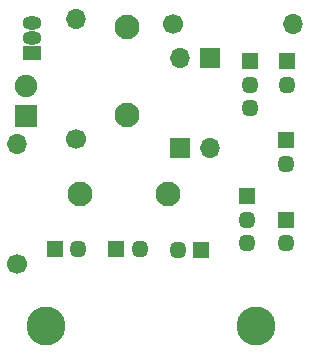
<source format=gbr>
%TF.GenerationSoftware,KiCad,Pcbnew,(5.1.6)-1*%
%TF.CreationDate,2020-10-05T12:39:47-05:00*%
%TF.ProjectId,Distortion,44697374-6f72-4746-996f-6e2e6b696361,rev?*%
%TF.SameCoordinates,Original*%
%TF.FileFunction,Soldermask,Top*%
%TF.FilePolarity,Negative*%
%FSLAX46Y46*%
G04 Gerber Fmt 4.6, Leading zero omitted, Abs format (unit mm)*
G04 Created by KiCad (PCBNEW (5.1.6)-1) date 2020-10-05 12:39:47*
%MOMM*%
%LPD*%
G01*
G04 APERTURE LIST*
%ADD10C,3.300000*%
%ADD11O,1.450000X1.450000*%
%ADD12R,1.450000X1.450000*%
%ADD13C,2.100000*%
%ADD14R,1.700000X1.700000*%
%ADD15O,1.700000X1.700000*%
%ADD16O,1.600000X1.150000*%
%ADD17R,1.600000X1.150000*%
%ADD18C,1.700000*%
%ADD19R,1.900000X1.900000*%
%ADD20C,1.900000*%
G04 APERTURE END LIST*
D10*
%TO.C,REF\u002A\u002A*%
X144780000Y-112395000D03*
%TD*%
%TO.C,REF\u002A\u002A*%
X127000000Y-112395000D03*
%TD*%
D11*
%TO.C,Pot2*%
X144068800Y-105396800D03*
X144068800Y-103396800D03*
D12*
X144068800Y-101396800D03*
%TD*%
%TO.C,BT1*%
X147447000Y-89966800D03*
D11*
X147447000Y-91966800D03*
%TD*%
D13*
%TO.C,C1*%
X137395600Y-101244400D03*
X129895600Y-101244400D03*
%TD*%
%TO.C,C2*%
X133883400Y-94564200D03*
X133883400Y-87064200D03*
%TD*%
D14*
%TO.C,D1*%
X140919200Y-89712800D03*
D15*
X140919200Y-97332800D03*
%TD*%
%TO.C,D2*%
X138379200Y-89712800D03*
D14*
X138379200Y-97332800D03*
%TD*%
D12*
%TO.C,J1*%
X144322800Y-89966800D03*
D11*
X144322800Y-91966800D03*
X144322800Y-93966800D03*
%TD*%
D12*
%TO.C,J2*%
X140182600Y-105918000D03*
D11*
X138182600Y-105918000D03*
%TD*%
D16*
%TO.C,Q1*%
X125831600Y-88036400D03*
X125831600Y-86766400D03*
D17*
X125831600Y-89306400D03*
%TD*%
D15*
%TO.C,R1*%
X129540000Y-86360000D03*
D18*
X129540000Y-96520000D03*
%TD*%
%TO.C,R2*%
X137769600Y-86817200D03*
D15*
X147929600Y-86817200D03*
%TD*%
D12*
%TO.C,Pot1*%
X132969000Y-105892600D03*
D11*
X134969000Y-105892600D03*
%TD*%
%TO.C,SW1*%
X147370800Y-98672400D03*
D12*
X147370800Y-96672400D03*
%TD*%
D11*
%TO.C,SW2*%
X147345400Y-105378000D03*
D12*
X147345400Y-103378000D03*
%TD*%
D19*
%TO.C,D3*%
X125349000Y-94640400D03*
D20*
X125349000Y-92100400D03*
%TD*%
D18*
%TO.C,R3*%
X124612400Y-107162600D03*
D15*
X124612400Y-97002600D03*
%TD*%
D12*
%TO.C,SW3*%
X127762000Y-105892600D03*
D11*
X129762000Y-105892600D03*
%TD*%
M02*

</source>
